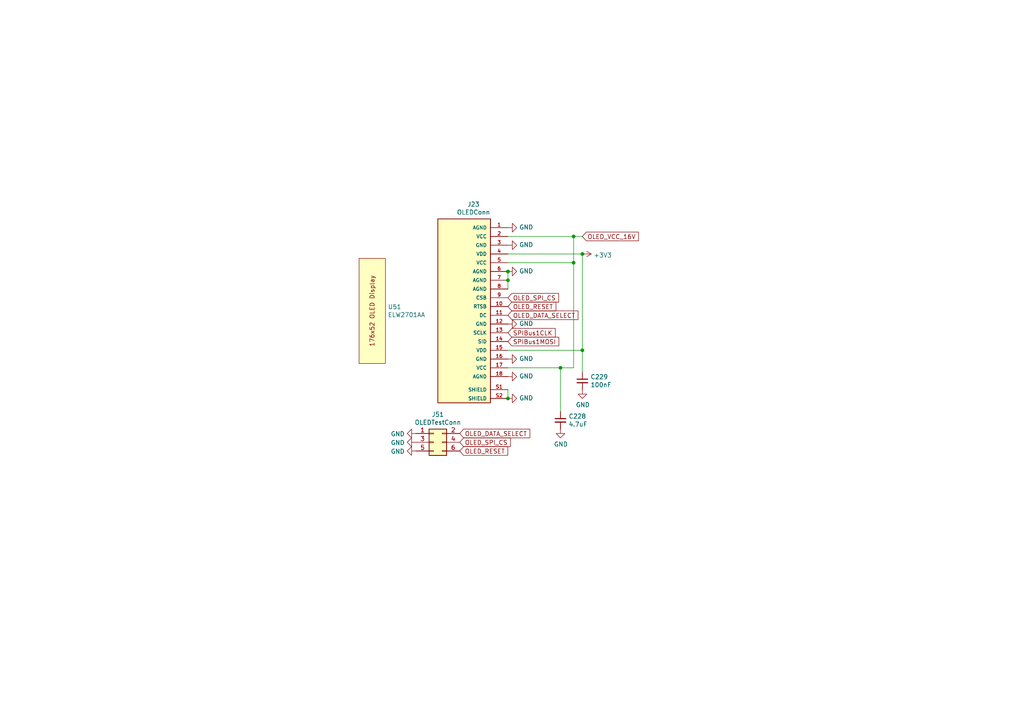
<source format=kicad_sch>
(kicad_sch (version 20210621) (generator eeschema)
  (paper "A4")
  (lib_symbols
    (symbol "1-1734592-8:1-1734592-8-ELW2701AA" (pin_names (offset 1.016))
      (property "Reference" "J" (at -7.62 26.67 0))
      (property "Value" "1-1734592-8-ELW2701AA" (at -6.35 -30.48 0))
      (symbol "1-1734592-8-ELW2701AA_0_0"
        (rectangle (start -7.62 -27.94) (end 7.62 25.4) (stroke (width 0.254)) (fill (type background)))
        (pin passive line (at -12.7 22.86 0) (length 5.08) (name "AGND") (number "1"))
        (pin passive line (at -12.7 0 0) (length 5.08) (name "RTSB") (number "10"))
        (pin passive line (at -12.7 -2.54 0) (length 5.08) (name "DC") (number "11"))
        (pin passive line (at -12.7 -5.08 0) (length 5.08) (name "GND") (number "12"))
        (pin passive line (at -12.7 -7.62 0) (length 5.08) (name "SCLK") (number "13"))
        (pin passive line (at -12.7 -10.16 0) (length 5.08) (name "SID") (number "14"))
        (pin passive line (at -12.7 -12.7 0) (length 5.08) (name "VDD") (number "15"))
        (pin passive line (at -12.7 -15.24 0) (length 5.08) (name "GND") (number "16"))
        (pin passive line (at -12.7 -17.78 0) (length 5.08) (name "VCC") (number "17"))
        (pin passive line (at -12.7 -20.32 0) (length 5.08) (name "AGND") (number "18"))
        (pin passive line (at -12.7 20.32 0) (length 5.08) (name "VCC") (number "2"))
        (pin passive line (at -12.7 17.78 0) (length 5.08) (name "GND") (number "3"))
        (pin passive line (at -12.7 15.24 0) (length 5.08) (name "VDD") (number "4"))
        (pin passive line (at -12.7 12.7 0) (length 5.08) (name "VCC") (number "5"))
        (pin passive line (at -12.7 10.16 0) (length 5.08) (name "AGND") (number "6"))
        (pin passive line (at -12.7 7.62 0) (length 5.08) (name "AGND") (number "7"))
        (pin passive line (at -12.7 5.08 0) (length 5.08) (name "AGND") (number "8"))
        (pin passive line (at -12.7 2.54 0) (length 5.08) (name "CSB") (number "9"))
        (pin passive line (at -12.7 -24.13 0) (length 5.08) (name "SHIELD") (number "S1"))
        (pin passive line (at -12.7 -26.67 0) (length 5.08) (name "SHIELD") (number "S2"))
      )
    )
    (symbol "Connector_Generic:Conn_02x03_Odd_Even" (pin_names (offset 1.016) hide)
      (property "Reference" "J" (at 1.27 5.08 0))
      (property "Value" "Conn_02x03_Odd_Even" (at 1.27 -5.08 0))
      (symbol "Conn_02x03_Odd_Even_1_1"
        (rectangle (start -1.27 -2.413) (end 0 -2.667) (stroke (width 0.1524)))
        (rectangle (start -1.27 0.127) (end 0 -0.127) (stroke (width 0.1524)))
        (rectangle (start -1.27 2.667) (end 0 2.413) (stroke (width 0.1524)))
        (rectangle (start 3.81 -2.413) (end 2.54 -2.667) (stroke (width 0.1524)))
        (rectangle (start 3.81 0.127) (end 2.54 -0.127) (stroke (width 0.1524)))
        (rectangle (start 3.81 2.667) (end 2.54 2.413) (stroke (width 0.1524)))
        (rectangle (start -1.27 3.81) (end 3.81 -3.81) (stroke (width 0.254)) (fill (type background)))
        (pin passive line (at -5.08 2.54 0) (length 3.81) (name "Pin_1") (number "1"))
        (pin passive line (at 7.62 2.54 180) (length 3.81) (name "Pin_2") (number "2"))
        (pin passive line (at -5.08 0 0) (length 3.81) (name "Pin_3") (number "3"))
        (pin passive line (at 7.62 0 180) (length 3.81) (name "Pin_4") (number "4"))
        (pin passive line (at -5.08 -2.54 0) (length 3.81) (name "Pin_5") (number "5"))
        (pin passive line (at 7.62 -2.54 180) (length 3.81) (name "Pin_6") (number "6"))
      )
    )
    (symbol "Device:C_Small" (pin_numbers hide) (pin_names (offset 0.254) hide)
      (property "Reference" "C" (at 0.254 1.778 0))
      (property "Value" "C_Small" (at 0.254 -2.032 0))
      (symbol "C_Small_0_1"
        (polyline (pts (xy -1.524 -0.508) (xy 1.524 -0.508)) (stroke (width 0.3302)))
        (polyline (pts (xy -1.524 0.508) (xy 1.524 0.508)) (stroke (width 0.3048)))
      )
      (symbol "C_Small_1_1"
        (pin passive line (at 0 2.54 270) (length 2.032) (name "~") (number "1"))
        (pin passive line (at 0 -2.54 90) (length 2.032) (name "~") (number "2"))
      )
    )
    (symbol "Futaba:ELW2701AA" (pin_names (offset 1.016))
      (property "Reference" "U" (at -5.08 0 0))
      (property "Value" "ELW2701AA" (at 17.78 0 0))
      (symbol "ELW2701AA_0_0"
        (text "176x52 OLED Display" (at 8.89 -5.08 0) (effects (font (size 1.27 1.27))))
        (rectangle (start -6.35 -1.27) (end 24.13 -8.89) (fill (type background)))
      )
    )
    (symbol "power:+3.3V" (power) (pin_names (offset 0))
      (property "Value" "+3.3V" (at 0 3.556 0))
      (symbol "+3.3V_0_1"
        (polyline (pts (xy -0.762 1.27) (xy 0 2.54)))
        (polyline (pts (xy 0 0) (xy 0 2.54)))
        (polyline (pts (xy 0 2.54) (xy 0.762 1.27)))
      )
      (symbol "+3.3V_1_1"
        (pin power_in line (at 0 0 90) (length 0) hide (name "+3V3") (number "1"))
      )
    )
    (symbol "power:GND" (power) (pin_names (offset 0))
      (property "Value" "GND" (at 0 -3.81 0))
      (symbol "GND_0_1"
        (polyline (pts (xy 0 0) (xy 0 -1.27) (xy 1.27 -1.27) (xy 0 -2.54) (xy -1.27 -1.27) (xy 0 -1.27)))
      )
      (symbol "GND_1_1"
        (pin power_in line (at 0 0 270) (length 0) hide (name "GND") (number "1"))
      )
    )
  )
  (junction (at 147.32 78.74))
  (junction (at 147.32 81.28))
  (junction (at 147.32 115.57))
  (junction (at 162.56 106.68))
  (junction (at 166.37 68.58))
  (junction (at 166.37 76.2))
  (junction (at 168.91 73.66))
  (junction (at 168.91 101.6))
  (wire (pts (xy 147.32 68.58) (xy 166.37 68.58)))
  (wire (pts (xy 147.32 73.66) (xy 168.91 73.66)))
  (wire (pts (xy 147.32 76.2) (xy 166.37 76.2)))
  (wire (pts (xy 147.32 78.74) (xy 147.32 81.28)))
  (wire (pts (xy 147.32 81.28) (xy 147.32 83.82)))
  (wire (pts (xy 147.32 101.6) (xy 168.91 101.6)))
  (wire (pts (xy 147.32 106.68) (xy 162.56 106.68)))
  (wire (pts (xy 147.32 113.03) (xy 147.32 115.57)))
  (wire (pts (xy 162.56 106.68) (xy 162.56 119.38)))
  (wire (pts (xy 162.56 106.68) (xy 166.37 106.68)))
  (wire (pts (xy 166.37 68.58) (xy 168.91 68.58)))
  (wire (pts (xy 166.37 76.2) (xy 166.37 68.58)))
  (wire (pts (xy 166.37 76.2) (xy 166.37 106.68)))
  (wire (pts (xy 168.91 73.66) (xy 168.91 101.6)))
  (wire (pts (xy 168.91 107.95) (xy 168.91 101.6)))
  (global_label "OLED_DATA_SELECT" (shape input) (at 133.35 125.73 0) (property "Intersheet References" "${INTERSHEET_REFS}" (effects hide)))
  (global_label "OLED_SPI_CS" (shape input) (at 133.35 128.27 0) (property "Intersheet References" "${INTERSHEET_REFS}" (effects hide)))
  (global_label "OLED_RESET" (shape input) (at 133.35 130.81 0) (property "Intersheet References" "${INTERSHEET_REFS}" (effects hide)))
  (global_label "OLED_SPI_CS" (shape input) (at 147.32 86.36 0) (property "Intersheet References" "${INTERSHEET_REFS}" (effects hide)))
  (global_label "OLED_RESET" (shape input) (at 147.32 88.9 0) (property "Intersheet References" "${INTERSHEET_REFS}" (effects hide)))
  (global_label "OLED_DATA_SELECT" (shape input) (at 147.32 91.44 0) (property "Intersheet References" "${INTERSHEET_REFS}" (effects hide)))
  (global_label "SPIBus1CLK" (shape input) (at 147.32 96.52 0) (property "Intersheet References" "${INTERSHEET_REFS}" (effects hide)))
  (global_label "SPIBus1MOSI" (shape input) (at 147.32 99.06 0) (property "Intersheet References" "${INTERSHEET_REFS}" (effects hide)))
  (global_label "OLED_VCC_16V" (shape input) (at 168.91 68.58 0) (property "Intersheet References" "${INTERSHEET_REFS}" (effects hide)))
  (symbol (lib_id "power:+3.3V") (at 168.91 73.66 270) (unit 1)
    (property "Reference" "#PWR0673" (effects hide))
    (property "Value" "+3.3V" (at 172.1612 74.041 90) (effects (justify left)))
  )
  (symbol (lib_id "power:GND") (at 120.65 125.73 270) (unit 1)
    (property "Reference" "#PWR0964" (effects hide))
    (property "Value" "GND" (at 117.3988 125.857 90) (effects (justify right)))
  )
  (symbol (lib_id "power:GND") (at 120.65 128.27 270) (unit 1)
    (property "Reference" "#PWR0965" (effects hide))
    (property "Value" "GND" (at 117.3988 128.397 90) (effects (justify right)))
  )
  (symbol (lib_id "power:GND") (at 120.65 130.81 270) (unit 1)
    (property "Reference" "#PWR0966" (effects hide))
    (property "Value" "GND" (at 117.3988 130.937 90) (effects (justify right)))
  )
  (symbol (lib_id "power:GND") (at 147.32 66.04 90) (unit 1)
    (property "Reference" "#PWR0666" (effects hide))
    (property "Value" "GND" (at 150.5712 65.913 90) (effects (justify right)))
  )
  (symbol (lib_id "power:GND") (at 147.32 71.12 90) (unit 1)
    (property "Reference" "#PWR0667" (effects hide))
    (property "Value" "GND" (at 150.5712 70.993 90) (effects (justify right)))
  )
  (symbol (lib_id "power:GND") (at 147.32 78.74 90) (unit 1)
    (property "Reference" "#PWR0668" (effects hide))
    (property "Value" "GND" (at 150.5712 78.613 90) (effects (justify right)))
  )
  (symbol (lib_id "power:GND") (at 147.32 93.98 90) (unit 1)
    (property "Reference" "#PWR0669" (effects hide))
    (property "Value" "GND" (at 150.5712 93.853 90) (effects (justify right)))
  )
  (symbol (lib_id "power:GND") (at 147.32 104.14 90) (unit 1)
    (property "Reference" "#PWR0670" (effects hide))
    (property "Value" "GND" (at 150.5712 104.013 90) (effects (justify right)))
  )
  (symbol (lib_id "power:GND") (at 147.32 109.22 90) (unit 1)
    (property "Reference" "#PWR0671" (effects hide))
    (property "Value" "GND" (at 150.5712 109.093 90) (effects (justify right)))
  )
  (symbol (lib_id "power:GND") (at 147.32 115.57 90) (unit 1)
    (property "Reference" "#PWR0672" (effects hide))
    (property "Value" "GND" (at 150.5712 115.443 90) (effects (justify right)))
  )
  (symbol (lib_id "power:GND") (at 162.56 124.46 0) (unit 1)
    (property "Reference" "#PWR0674" (effects hide))
    (property "Value" "GND" (at 162.687 128.8542 0))
  )
  (symbol (lib_id "power:GND") (at 168.91 113.03 0) (unit 1)
    (property "Reference" "#PWR0675" (effects hide))
    (property "Value" "GND" (at 169.037 117.4242 0))
  )
  (symbol (lib_id "Device:C_Small") (at 162.56 121.92 0) (unit 1)
    (property "Reference" "C228" (at 164.8968 120.7516 0) (effects (justify left)))
    (property "Value" "4.7uF" (at 164.8968 123.063 0) (effects (justify left)))
    (property "Footprint" "Capacitor_SMD:C_0805_2012Metric" (effects hide))
    (property "LCSC" "C1779" (effects hide))
  )
  (symbol (lib_id "Device:C_Small") (at 168.91 110.49 0) (unit 1)
    (property "Reference" "C229" (at 171.2468 109.3216 0) (effects (justify left)))
    (property "Value" "100nF" (at 171.2468 111.633 0) (effects (justify left)))
    (property "Footprint" "Capacitor_SMD:C_0402_1005Metric" (effects hide))
    (property "LCSC" "C1525" (effects hide))
  )
  (symbol (lib_id "Connector_Generic:Conn_02x03_Odd_Even") (at 125.73 128.27 0) (unit 1)
    (property "Reference" "J51" (at 127 120.2182 0))
    (property "Value" "OLEDTestConn" (at 127 122.5296 0))
    (property "Footprint" "Connector_PinHeader_2.54mm:PinHeader_2x03_P2.54mm_Vertical" (effects hide))
  )
  (symbol (lib_id "Futaba:ELW2701AA") (at 113.03 81.28 270) (unit 1)
    (property "Reference" "U51" (at 112.4712 89.0016 90) (effects (justify left)))
    (property "Value" "ELW2701AA" (at 112.4712 91.313 90) (effects (justify left)))
    (property "Footprint" "Futaba:ELW2701AA" (effects hide))
  )
  (symbol (lib_id "1-1734592-8:1-1734592-8-ELW2701AA") (at 134.62 88.9 0) (mirror y) (unit 1)
    (property "Reference" "J23" (at 137.3378 59.2582 0))
    (property "Value" "OLEDConn" (at 137.3378 61.5696 0))
    (property "Footprint" "TE FPC:TE_1-1734592-8" (effects hide))
    (property "PARTREV" "C" (effects hide))
    (property "MANUFACTURER" "TE Connectivity" (effects hide))
    (property "MAXIMUM_PACKAGE_HEIGHT" "2.05mm" (effects hide))
    (property "STANDARD" "Manufacturer Recommendations" (effects hide))
  )
)
</source>
